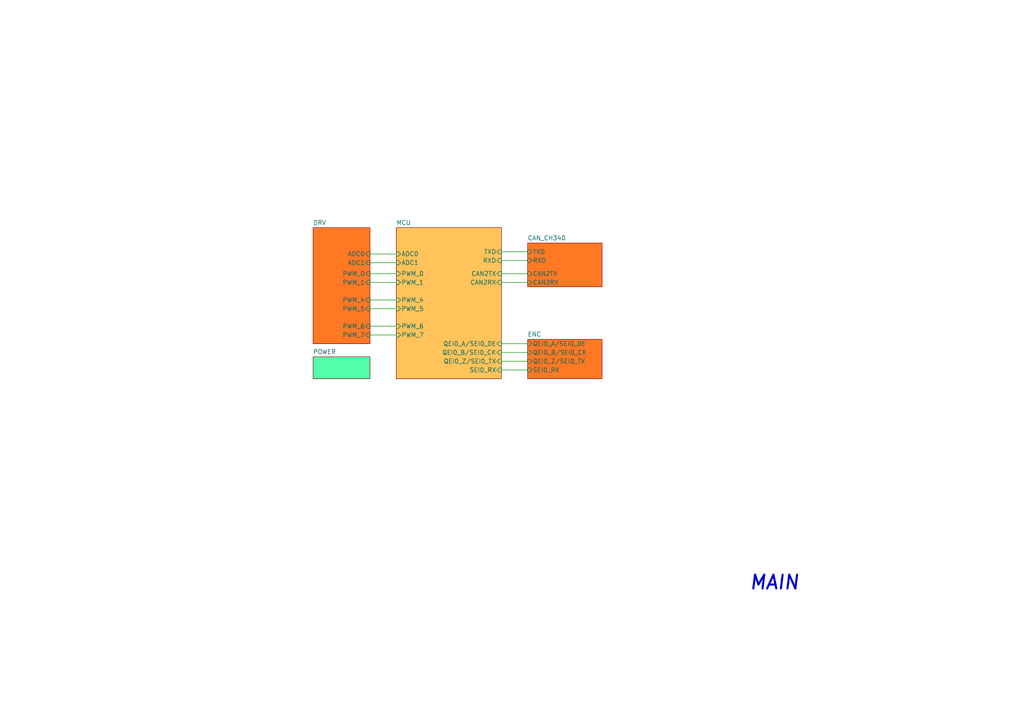
<source format=kicad_sch>
(kicad_sch (version 20230121) (generator eeschema)
  (paper "A4")
  (lib_symbols)
  (wire (pts (xy 107.315 97.155) (xy 114.935 97.155)))
  (wire (pts (xy 107.315 86.995) (xy 114.935 86.995)))
  (wire (pts (xy 107.315 94.615) (xy 114.935 94.615)))
  (wire (pts (xy 145.415 81.915) (xy 153.035 81.915)))
  (wire (pts (xy 107.315 81.915) (xy 114.935 81.915)))
  (wire (pts (xy 107.315 76.2) (xy 114.935 76.2)))
  (wire (pts (xy 145.415 75.565) (xy 153.035 75.565)))
  (wire (pts (xy 107.315 79.375) (xy 114.935 79.375)))
  (wire (pts (xy 145.415 73.025) (xy 153.035 73.025)))
  (wire (pts (xy 145.415 104.775) (xy 153.035 104.775)))
  (wire (pts (xy 107.315 73.66) (xy 114.935 73.66)))
  (wire (pts (xy 145.415 102.235) (xy 153.035 102.235)))
  (wire (pts (xy 145.415 99.695) (xy 153.035 99.695)))
  (wire (pts (xy 107.315 89.535) (xy 114.935 89.535)))
  (wire (pts (xy 145.415 107.315) (xy 153.035 107.315)))
  (wire (pts (xy 145.415 79.375) (xy 153.035 79.375)))
  (text "MAIN" (at 217.17 171.45 0) (effects (font (size 4 4) (thickness 0.6) bold italic) (justify left bottom)))
  (sheet (at 114.935 66.04) (size 30.48 43.815) (stroke (width 0.1524)) (fill (color 255 195 90 1.0000))
    (property "Sheetname" "MCU" (at 114.935 65.3284 0) (effects (justify left bottom)))
    (property "Sheetfile" "MCU.kicad_sch" (effects hide))
    (pin "TXD" input (at 145.415 73.025 0))
    (pin "RXD" input (at 145.415 75.565 0))
    (pin "PWM_1" input (at 114.935 81.915 180))
    (pin "PWM_0" input (at 114.935 79.375 180))
    (pin "PWM_5" input (at 114.935 89.535 180))
    (pin "PWM_4" input (at 114.935 86.995 180))
    (pin "PWM_6" input (at 114.935 94.615 180))
    (pin "PWM_7" input (at 114.935 97.155 180))
    (pin "QEI0_Z{slash}SEI0_TX" input (at 145.415 104.775 0))
    (pin "QEI0_B{slash}SEI0_CK" input (at 145.415 102.235 0))
    (pin "QEI0_A{slash}SEI0_DE" input (at 145.415 99.695 0))
    (pin "CAN2TX" input (at 145.415 79.375 0))
    (pin "CAN2RX" input (at 145.415 81.915 0))
    (pin "SEI0_RX" input (at 145.415 107.315 0))
    (pin "ADC1" input (at 114.935 76.2 180))
    (pin "ADC0" input (at 114.935 73.66 180))
  )
  (sheet (at 153.035 70.485) (size 21.59 12.7) (stroke (width 0.1524)) (fill (color 255 120 36 1.0000))
    (property "Sheetname" "CAN_CH340" (at 153.035 69.7734 0) (effects (justify left bottom)))
    (property "Sheetfile" "CAN.kicad_sch" (effects hide))
    (pin "CAN2RX" input (at 153.035 81.915 180))
    (pin "CAN2TX" input (at 153.035 79.375 180))
    (pin "TXD" input (at 153.035 73.025 180))
    (pin "RXD" input (at 153.035 75.565 180))
  )
  (sheet (at 90.805 66.04) (size 16.51 33.655) (stroke (width 0.1524)) (fill (color 255 120 36 1.0000))
    (property "Sheetname" "DRV" (at 90.805 65.3284 0) (effects (justify left bottom)))
    (property "Sheetfile" "DRV.kicad_sch" (effects hide))
    (pin "PWM_0" input (at 107.315 79.375 0))
    (pin "PWM_1" input (at 107.315 81.915 0))
    (pin "PWM_4" input (at 107.315 86.995 0))
    (pin "PWM_5" input (at 107.315 89.535 0))
    (pin "PWM_7" input (at 107.315 97.155 0))
    (pin "PWM_6" input (at 107.315 94.615 0))
    (pin "ADC0" input (at 107.315 73.66 0))
    (pin "ADC1" input (at 107.315 76.2 0))
  )
  (sheet (at 153.035 98.425) (size 21.59 11.43) (stroke (width 0.1524)) (fill (color 255 120 36 1.0000))
    (property "Sheetname" "ENC" (at 153.035 97.7134 0) (effects (justify left bottom)))
    (property "Sheetfile" "ENC.kicad_sch" (effects hide))
    (pin "QEI0_B{slash}SEI0_CK" input (at 153.035 102.235 180))
    (pin "QEI0_Z{slash}SEI0_TX" input (at 153.035 104.775 180))
    (pin "QEI0_A{slash}SEI0_DE" input (at 153.035 99.695 180))
    (pin "SEI0_RX" input (at 153.035 107.315 180))
  )
  (sheet (at 90.805 103.505) (size 16.51 6.35) (stroke (width 0.1524)) (fill (color 83 255 169 1.0000))
    (property "Sheetname" "POWER" (at 90.805 102.7934 0) (effects (justify left bottom)))
    (property "Sheetfile" "POWER.kicad_sch" (effects hide))
  )
)
</source>
